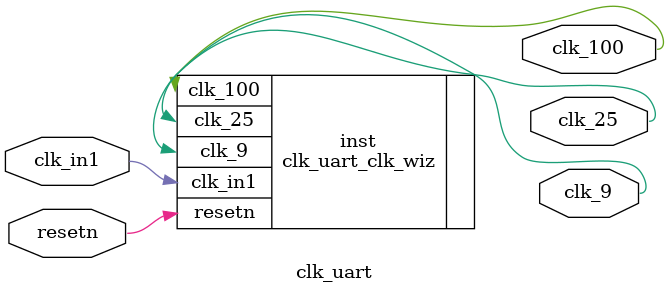
<source format=v>


`timescale 1ps/1ps

(* CORE_GENERATION_INFO = "clk_uart,clk_wiz_v5_4_3_0,{component_name=clk_uart,use_phase_alignment=true,use_min_o_jitter=false,use_max_i_jitter=false,use_dyn_phase_shift=false,use_inclk_switchover=false,use_dyn_reconfig=false,enable_axi=0,feedback_source=FDBK_AUTO,PRIMITIVE=MMCM,num_out_clk=3,clkin1_period=10.000,clkin2_period=10.000,use_power_down=false,use_reset=true,use_locked=false,use_inclk_stopped=false,feedback_type=SINGLE,CLOCK_MGR_TYPE=NA,manual_override=false}" *)

module clk_uart 
 (
  // Clock out ports
  output        clk_9,
  output        clk_25,
  output        clk_100,
  // Status and control signals
  input         resetn,
 // Clock in ports
  input         clk_in1
 );

  clk_uart_clk_wiz inst
  (
  // Clock out ports  
  .clk_9(clk_9),
  .clk_25(clk_25),
  .clk_100(clk_100),
  // Status and control signals               
  .resetn(resetn), 
 // Clock in ports
  .clk_in1(clk_in1)
  );

endmodule

</source>
